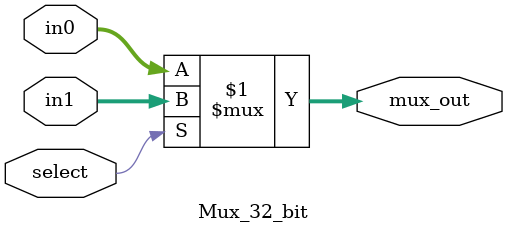
<source format=v>
module mux32(SW,LEDR,LEDG,KEY);
	input [17:0] SW;
    input [3:0] KEY;
	output [17:0] LEDR;
	output [7:0] LEDG;

	assign LEDR=SW;

	Mux_32_bit DUT(.in0(SW[15:8]), .in1(SW[7:0]), .mux_out(LEDG[7:0]), .select(SW[17]));
endmodule


module Mux_32_bit (in0, in1, mux_out, select);
	input [31:0] in0, in1;
	output [31:0] mux_out;
	input select;
	assign mux_out = select ? in1 : in0;
endmodule
</source>
